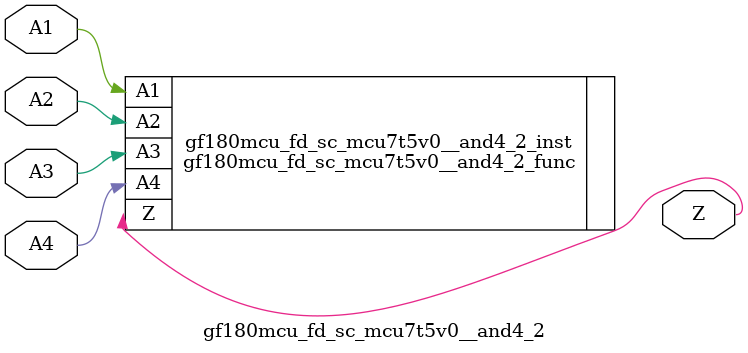
<source format=v>

module gf180mcu_fd_sc_mcu7t5v0__and4_2( A1, A2, A3, A4, Z );
input A1, A2, A3, A4;
output Z;

   `ifdef FUNCTIONAL  //  functional //

	gf180mcu_fd_sc_mcu7t5v0__and4_2_func gf180mcu_fd_sc_mcu7t5v0__and4_2_behav_inst(.A1(A1),.A2(A2),.A3(A3),.A4(A4),.Z(Z));

   `else

	gf180mcu_fd_sc_mcu7t5v0__and4_2_func gf180mcu_fd_sc_mcu7t5v0__and4_2_inst(.A1(A1),.A2(A2),.A3(A3),.A4(A4),.Z(Z));

	// spec_gates_begin


	// spec_gates_end



   specify

	// specify_block_begin

	// comb arc A1 --> Z
	 (A1 => Z) = (1.0,1.0);

	// comb arc A2 --> Z
	 (A2 => Z) = (1.0,1.0);

	// comb arc A3 --> Z
	 (A3 => Z) = (1.0,1.0);

	// comb arc A4 --> Z
	 (A4 => Z) = (1.0,1.0);

	// specify_block_end

   endspecify

   `endif

endmodule

</source>
